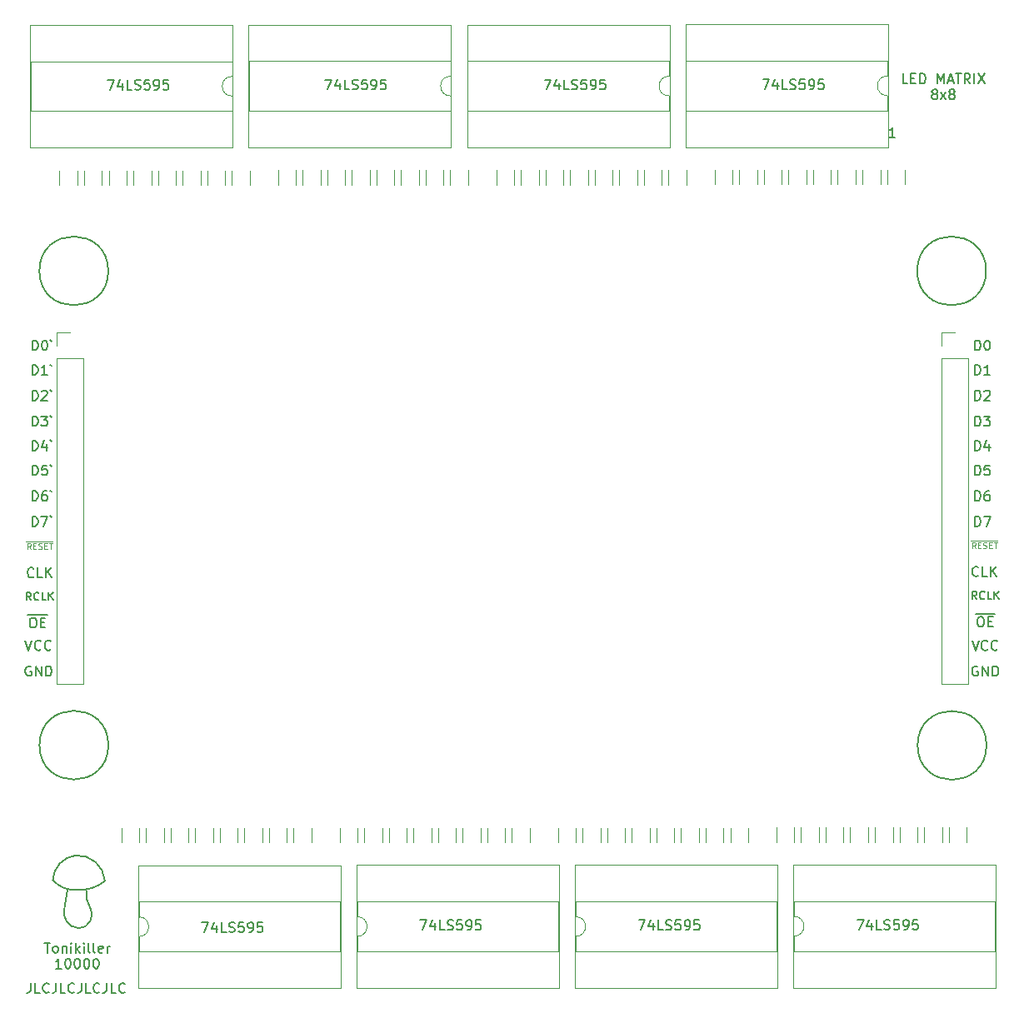
<source format=gto>
%TF.GenerationSoftware,KiCad,Pcbnew,(6.0.5)*%
%TF.CreationDate,2022-10-16T21:39:42+03:00*%
%TF.ProjectId,LED_MATRIX,4c45445f-4d41-4545-9249-582e6b696361,rev?*%
%TF.SameCoordinates,Original*%
%TF.FileFunction,Legend,Top*%
%TF.FilePolarity,Positive*%
%FSLAX46Y46*%
G04 Gerber Fmt 4.6, Leading zero omitted, Abs format (unit mm)*
G04 Created by KiCad (PCBNEW (6.0.5)) date 2022-10-16 21:39:42*
%MOMM*%
%LPD*%
G01*
G04 APERTURE LIST*
%ADD10C,0.150000*%
%ADD11C,0.200000*%
%ADD12C,0.120000*%
%ADD13C,0.160000*%
G04 APERTURE END LIST*
D10*
X57461904Y-135852380D02*
X57461904Y-136566666D01*
X57414285Y-136709523D01*
X57319047Y-136804761D01*
X57176190Y-136852380D01*
X57080952Y-136852380D01*
X58414285Y-136852380D02*
X57938095Y-136852380D01*
X57938095Y-135852380D01*
X59319047Y-136757142D02*
X59271428Y-136804761D01*
X59128571Y-136852380D01*
X59033333Y-136852380D01*
X58890476Y-136804761D01*
X58795238Y-136709523D01*
X58747619Y-136614285D01*
X58700000Y-136423809D01*
X58700000Y-136280952D01*
X58747619Y-136090476D01*
X58795238Y-135995238D01*
X58890476Y-135900000D01*
X59033333Y-135852380D01*
X59128571Y-135852380D01*
X59271428Y-135900000D01*
X59319047Y-135947619D01*
X60033333Y-135852380D02*
X60033333Y-136566666D01*
X59985714Y-136709523D01*
X59890476Y-136804761D01*
X59747619Y-136852380D01*
X59652380Y-136852380D01*
X60985714Y-136852380D02*
X60509523Y-136852380D01*
X60509523Y-135852380D01*
X61890476Y-136757142D02*
X61842857Y-136804761D01*
X61700000Y-136852380D01*
X61604761Y-136852380D01*
X61461904Y-136804761D01*
X61366666Y-136709523D01*
X61319047Y-136614285D01*
X61271428Y-136423809D01*
X61271428Y-136280952D01*
X61319047Y-136090476D01*
X61366666Y-135995238D01*
X61461904Y-135900000D01*
X61604761Y-135852380D01*
X61700000Y-135852380D01*
X61842857Y-135900000D01*
X61890476Y-135947619D01*
X62604761Y-135852380D02*
X62604761Y-136566666D01*
X62557142Y-136709523D01*
X62461904Y-136804761D01*
X62319047Y-136852380D01*
X62223809Y-136852380D01*
X63557142Y-136852380D02*
X63080952Y-136852380D01*
X63080952Y-135852380D01*
X64461904Y-136757142D02*
X64414285Y-136804761D01*
X64271428Y-136852380D01*
X64176190Y-136852380D01*
X64033333Y-136804761D01*
X63938095Y-136709523D01*
X63890476Y-136614285D01*
X63842857Y-136423809D01*
X63842857Y-136280952D01*
X63890476Y-136090476D01*
X63938095Y-135995238D01*
X64033333Y-135900000D01*
X64176190Y-135852380D01*
X64271428Y-135852380D01*
X64414285Y-135900000D01*
X64461904Y-135947619D01*
X65176190Y-135852380D02*
X65176190Y-136566666D01*
X65128571Y-136709523D01*
X65033333Y-136804761D01*
X64890476Y-136852380D01*
X64795238Y-136852380D01*
X66128571Y-136852380D02*
X65652380Y-136852380D01*
X65652380Y-135852380D01*
X67033333Y-136757142D02*
X66985714Y-136804761D01*
X66842857Y-136852380D01*
X66747619Y-136852380D01*
X66604761Y-136804761D01*
X66509523Y-136709523D01*
X66461904Y-136614285D01*
X66414285Y-136423809D01*
X66414285Y-136280952D01*
X66461904Y-136090476D01*
X66509523Y-135995238D01*
X66604761Y-135900000D01*
X66747619Y-135852380D01*
X66842857Y-135852380D01*
X66985714Y-135900000D01*
X67033333Y-135947619D01*
D11*
X63109966Y-126369996D02*
G75*
G03*
X63541671Y-128262408I2956034J-321104D01*
G01*
X59709970Y-125370026D02*
G75*
G03*
X62310000Y-126370000I2242330J1950126D01*
G01*
X62010000Y-122870000D02*
G75*
G03*
X59710000Y-125370000I345000J-2625400D01*
G01*
X62310000Y-126370000D02*
G75*
G03*
X65010000Y-125470000I133500J4099500D01*
G01*
X65350000Y-63460000D02*
G75*
G03*
X65350000Y-63460000I-3500000J0D01*
G01*
X65360000Y-111660000D02*
G75*
G03*
X65360000Y-111660000I-3500000J0D01*
G01*
X154550000Y-63460000D02*
G75*
G03*
X154550000Y-63460000I-3500000J0D01*
G01*
X154590000Y-111680000D02*
G75*
G03*
X154590000Y-111680000I-3500000J0D01*
G01*
X60910000Y-128170000D02*
G75*
G03*
X62310000Y-130270000I1539700J-490200D01*
G01*
X62330882Y-130289055D02*
G75*
G03*
X63530883Y-128189076I-62482J1428555D01*
G01*
X60909996Y-128169999D02*
G75*
G03*
X61210000Y-126370000I-6974296J2087399D01*
G01*
X65009942Y-125470004D02*
G75*
G03*
X62010000Y-122870000I-2773042J-168896D01*
G01*
D12*
X153002857Y-90872000D02*
X153602857Y-90872000D01*
X153488571Y-91641428D02*
X153288571Y-91355714D01*
X153145714Y-91641428D02*
X153145714Y-91041428D01*
X153374285Y-91041428D01*
X153431428Y-91070000D01*
X153460000Y-91098571D01*
X153488571Y-91155714D01*
X153488571Y-91241428D01*
X153460000Y-91298571D01*
X153431428Y-91327142D01*
X153374285Y-91355714D01*
X153145714Y-91355714D01*
X153602857Y-90872000D02*
X154145714Y-90872000D01*
X153745714Y-91327142D02*
X153945714Y-91327142D01*
X154031428Y-91641428D02*
X153745714Y-91641428D01*
X153745714Y-91041428D01*
X154031428Y-91041428D01*
X154145714Y-90872000D02*
X154717142Y-90872000D01*
X154260000Y-91612857D02*
X154345714Y-91641428D01*
X154488571Y-91641428D01*
X154545714Y-91612857D01*
X154574285Y-91584285D01*
X154602857Y-91527142D01*
X154602857Y-91470000D01*
X154574285Y-91412857D01*
X154545714Y-91384285D01*
X154488571Y-91355714D01*
X154374285Y-91327142D01*
X154317142Y-91298571D01*
X154288571Y-91270000D01*
X154260000Y-91212857D01*
X154260000Y-91155714D01*
X154288571Y-91098571D01*
X154317142Y-91070000D01*
X154374285Y-91041428D01*
X154517142Y-91041428D01*
X154602857Y-91070000D01*
X154717142Y-90872000D02*
X155260000Y-90872000D01*
X154860000Y-91327142D02*
X155060000Y-91327142D01*
X155145714Y-91641428D02*
X154860000Y-91641428D01*
X154860000Y-91041428D01*
X155145714Y-91041428D01*
X155260000Y-90872000D02*
X155717142Y-90872000D01*
X155317142Y-91041428D02*
X155660000Y-91041428D01*
X155488571Y-91641428D02*
X155488571Y-91041428D01*
D11*
X153698095Y-103670000D02*
X153602857Y-103622380D01*
X153460000Y-103622380D01*
X153317142Y-103670000D01*
X153221904Y-103765238D01*
X153174285Y-103860476D01*
X153126666Y-104050952D01*
X153126666Y-104193809D01*
X153174285Y-104384285D01*
X153221904Y-104479523D01*
X153317142Y-104574761D01*
X153460000Y-104622380D01*
X153555238Y-104622380D01*
X153698095Y-104574761D01*
X153745714Y-104527142D01*
X153745714Y-104193809D01*
X153555238Y-104193809D01*
X154174285Y-104622380D02*
X154174285Y-103622380D01*
X154745714Y-104622380D01*
X154745714Y-103622380D01*
X155221904Y-104622380D02*
X155221904Y-103622380D01*
X155460000Y-103622380D01*
X155602857Y-103670000D01*
X155698095Y-103765238D01*
X155745714Y-103860476D01*
X155793333Y-104050952D01*
X155793333Y-104193809D01*
X155745714Y-104384285D01*
X155698095Y-104479523D01*
X155602857Y-104574761D01*
X155460000Y-104622380D01*
X155221904Y-104622380D01*
X57183809Y-98440000D02*
X58231428Y-98440000D01*
X57612380Y-98722380D02*
X57802857Y-98722380D01*
X57898095Y-98770000D01*
X57993333Y-98865238D01*
X58040952Y-99055714D01*
X58040952Y-99389047D01*
X57993333Y-99579523D01*
X57898095Y-99674761D01*
X57802857Y-99722380D01*
X57612380Y-99722380D01*
X57517142Y-99674761D01*
X57421904Y-99579523D01*
X57374285Y-99389047D01*
X57374285Y-99055714D01*
X57421904Y-98865238D01*
X57517142Y-98770000D01*
X57612380Y-98722380D01*
X58231428Y-98440000D02*
X59136190Y-98440000D01*
X58469523Y-99198571D02*
X58802857Y-99198571D01*
X58945714Y-99722380D02*
X58469523Y-99722380D01*
X58469523Y-98722380D01*
X58945714Y-98722380D01*
X153421904Y-74022380D02*
X153421904Y-73022380D01*
X153660000Y-73022380D01*
X153802857Y-73070000D01*
X153898095Y-73165238D01*
X153945714Y-73260476D01*
X153993333Y-73450952D01*
X153993333Y-73593809D01*
X153945714Y-73784285D01*
X153898095Y-73879523D01*
X153802857Y-73974761D01*
X153660000Y-74022380D01*
X153421904Y-74022380D01*
X154945714Y-74022380D02*
X154374285Y-74022380D01*
X154660000Y-74022380D02*
X154660000Y-73022380D01*
X154564761Y-73165238D01*
X154469523Y-73260476D01*
X154374285Y-73308095D01*
X153764761Y-94427142D02*
X153717142Y-94474761D01*
X153574285Y-94522380D01*
X153479047Y-94522380D01*
X153336190Y-94474761D01*
X153240952Y-94379523D01*
X153193333Y-94284285D01*
X153145714Y-94093809D01*
X153145714Y-93950952D01*
X153193333Y-93760476D01*
X153240952Y-93665238D01*
X153336190Y-93570000D01*
X153479047Y-93522380D01*
X153574285Y-93522380D01*
X153717142Y-93570000D01*
X153764761Y-93617619D01*
X154669523Y-94522380D02*
X154193333Y-94522380D01*
X154193333Y-93522380D01*
X155002857Y-94522380D02*
X155002857Y-93522380D01*
X155574285Y-94522380D02*
X155145714Y-93950952D01*
X155574285Y-93522380D02*
X155002857Y-94093809D01*
X153421904Y-79222380D02*
X153421904Y-78222380D01*
X153660000Y-78222380D01*
X153802857Y-78270000D01*
X153898095Y-78365238D01*
X153945714Y-78460476D01*
X153993333Y-78650952D01*
X153993333Y-78793809D01*
X153945714Y-78984285D01*
X153898095Y-79079523D01*
X153802857Y-79174761D01*
X153660000Y-79222380D01*
X153421904Y-79222380D01*
X154326666Y-78222380D02*
X154945714Y-78222380D01*
X154612380Y-78603333D01*
X154755238Y-78603333D01*
X154850476Y-78650952D01*
X154898095Y-78698571D01*
X154945714Y-78793809D01*
X154945714Y-79031904D01*
X154898095Y-79127142D01*
X154850476Y-79174761D01*
X154755238Y-79222380D01*
X154469523Y-79222380D01*
X154374285Y-79174761D01*
X154326666Y-79127142D01*
X57631428Y-74022380D02*
X57631428Y-73022380D01*
X57869523Y-73022380D01*
X58012380Y-73070000D01*
X58107619Y-73165238D01*
X58155238Y-73260476D01*
X58202857Y-73450952D01*
X58202857Y-73593809D01*
X58155238Y-73784285D01*
X58107619Y-73879523D01*
X58012380Y-73974761D01*
X57869523Y-74022380D01*
X57631428Y-74022380D01*
X59155238Y-74022380D02*
X58583809Y-74022380D01*
X58869523Y-74022380D02*
X58869523Y-73022380D01*
X58774285Y-73165238D01*
X58679047Y-73260476D01*
X58583809Y-73308095D01*
X59440952Y-72974761D02*
X59583809Y-73117619D01*
D13*
X57483809Y-96931904D02*
X57217142Y-96550952D01*
X57026666Y-96931904D02*
X57026666Y-96131904D01*
X57331428Y-96131904D01*
X57407619Y-96170000D01*
X57445714Y-96208095D01*
X57483809Y-96284285D01*
X57483809Y-96398571D01*
X57445714Y-96474761D01*
X57407619Y-96512857D01*
X57331428Y-96550952D01*
X57026666Y-96550952D01*
X58283809Y-96855714D02*
X58245714Y-96893809D01*
X58131428Y-96931904D01*
X58055238Y-96931904D01*
X57940952Y-96893809D01*
X57864761Y-96817619D01*
X57826666Y-96741428D01*
X57788571Y-96589047D01*
X57788571Y-96474761D01*
X57826666Y-96322380D01*
X57864761Y-96246190D01*
X57940952Y-96170000D01*
X58055238Y-96131904D01*
X58131428Y-96131904D01*
X58245714Y-96170000D01*
X58283809Y-96208095D01*
X59007619Y-96931904D02*
X58626666Y-96931904D01*
X58626666Y-96131904D01*
X59274285Y-96931904D02*
X59274285Y-96131904D01*
X59731428Y-96931904D02*
X59388571Y-96474761D01*
X59731428Y-96131904D02*
X59274285Y-96589047D01*
D10*
X146590952Y-44417380D02*
X146114761Y-44417380D01*
X146114761Y-43417380D01*
X146924285Y-43893571D02*
X147257619Y-43893571D01*
X147400476Y-44417380D02*
X146924285Y-44417380D01*
X146924285Y-43417380D01*
X147400476Y-43417380D01*
X147829047Y-44417380D02*
X147829047Y-43417380D01*
X148067142Y-43417380D01*
X148210000Y-43465000D01*
X148305238Y-43560238D01*
X148352857Y-43655476D01*
X148400476Y-43845952D01*
X148400476Y-43988809D01*
X148352857Y-44179285D01*
X148305238Y-44274523D01*
X148210000Y-44369761D01*
X148067142Y-44417380D01*
X147829047Y-44417380D01*
X149590952Y-44417380D02*
X149590952Y-43417380D01*
X149924285Y-44131666D01*
X150257619Y-43417380D01*
X150257619Y-44417380D01*
X150686190Y-44131666D02*
X151162380Y-44131666D01*
X150590952Y-44417380D02*
X150924285Y-43417380D01*
X151257619Y-44417380D01*
X151448095Y-43417380D02*
X152019523Y-43417380D01*
X151733809Y-44417380D02*
X151733809Y-43417380D01*
X152924285Y-44417380D02*
X152590952Y-43941190D01*
X152352857Y-44417380D02*
X152352857Y-43417380D01*
X152733809Y-43417380D01*
X152829047Y-43465000D01*
X152876666Y-43512619D01*
X152924285Y-43607857D01*
X152924285Y-43750714D01*
X152876666Y-43845952D01*
X152829047Y-43893571D01*
X152733809Y-43941190D01*
X152352857Y-43941190D01*
X153352857Y-44417380D02*
X153352857Y-43417380D01*
X153733809Y-43417380D02*
X154400476Y-44417380D01*
X154400476Y-43417380D02*
X153733809Y-44417380D01*
X149233809Y-45455952D02*
X149138571Y-45408333D01*
X149090952Y-45360714D01*
X149043333Y-45265476D01*
X149043333Y-45217857D01*
X149090952Y-45122619D01*
X149138571Y-45075000D01*
X149233809Y-45027380D01*
X149424285Y-45027380D01*
X149519523Y-45075000D01*
X149567142Y-45122619D01*
X149614761Y-45217857D01*
X149614761Y-45265476D01*
X149567142Y-45360714D01*
X149519523Y-45408333D01*
X149424285Y-45455952D01*
X149233809Y-45455952D01*
X149138571Y-45503571D01*
X149090952Y-45551190D01*
X149043333Y-45646428D01*
X149043333Y-45836904D01*
X149090952Y-45932142D01*
X149138571Y-45979761D01*
X149233809Y-46027380D01*
X149424285Y-46027380D01*
X149519523Y-45979761D01*
X149567142Y-45932142D01*
X149614761Y-45836904D01*
X149614761Y-45646428D01*
X149567142Y-45551190D01*
X149519523Y-45503571D01*
X149424285Y-45455952D01*
X149948095Y-46027380D02*
X150471904Y-45360714D01*
X149948095Y-45360714D02*
X150471904Y-46027380D01*
X150995714Y-45455952D02*
X150900476Y-45408333D01*
X150852857Y-45360714D01*
X150805238Y-45265476D01*
X150805238Y-45217857D01*
X150852857Y-45122619D01*
X150900476Y-45075000D01*
X150995714Y-45027380D01*
X151186190Y-45027380D01*
X151281428Y-45075000D01*
X151329047Y-45122619D01*
X151376666Y-45217857D01*
X151376666Y-45265476D01*
X151329047Y-45360714D01*
X151281428Y-45408333D01*
X151186190Y-45455952D01*
X150995714Y-45455952D01*
X150900476Y-45503571D01*
X150852857Y-45551190D01*
X150805238Y-45646428D01*
X150805238Y-45836904D01*
X150852857Y-45932142D01*
X150900476Y-45979761D01*
X150995714Y-46027380D01*
X151186190Y-46027380D01*
X151281428Y-45979761D01*
X151329047Y-45932142D01*
X151376666Y-45836904D01*
X151376666Y-45646428D01*
X151329047Y-45551190D01*
X151281428Y-45503571D01*
X151186190Y-45455952D01*
X58866666Y-131747380D02*
X59438095Y-131747380D01*
X59152380Y-132747380D02*
X59152380Y-131747380D01*
X59914285Y-132747380D02*
X59819047Y-132699761D01*
X59771428Y-132652142D01*
X59723809Y-132556904D01*
X59723809Y-132271190D01*
X59771428Y-132175952D01*
X59819047Y-132128333D01*
X59914285Y-132080714D01*
X60057142Y-132080714D01*
X60152380Y-132128333D01*
X60200000Y-132175952D01*
X60247619Y-132271190D01*
X60247619Y-132556904D01*
X60200000Y-132652142D01*
X60152380Y-132699761D01*
X60057142Y-132747380D01*
X59914285Y-132747380D01*
X60676190Y-132080714D02*
X60676190Y-132747380D01*
X60676190Y-132175952D02*
X60723809Y-132128333D01*
X60819047Y-132080714D01*
X60961904Y-132080714D01*
X61057142Y-132128333D01*
X61104761Y-132223571D01*
X61104761Y-132747380D01*
X61580952Y-132747380D02*
X61580952Y-132080714D01*
X61580952Y-131747380D02*
X61533333Y-131795000D01*
X61580952Y-131842619D01*
X61628571Y-131795000D01*
X61580952Y-131747380D01*
X61580952Y-131842619D01*
X62057142Y-132747380D02*
X62057142Y-131747380D01*
X62152380Y-132366428D02*
X62438095Y-132747380D01*
X62438095Y-132080714D02*
X62057142Y-132461666D01*
X62866666Y-132747380D02*
X62866666Y-132080714D01*
X62866666Y-131747380D02*
X62819047Y-131795000D01*
X62866666Y-131842619D01*
X62914285Y-131795000D01*
X62866666Y-131747380D01*
X62866666Y-131842619D01*
X63485714Y-132747380D02*
X63390476Y-132699761D01*
X63342857Y-132604523D01*
X63342857Y-131747380D01*
X64009523Y-132747380D02*
X63914285Y-132699761D01*
X63866666Y-132604523D01*
X63866666Y-131747380D01*
X64771428Y-132699761D02*
X64676190Y-132747380D01*
X64485714Y-132747380D01*
X64390476Y-132699761D01*
X64342857Y-132604523D01*
X64342857Y-132223571D01*
X64390476Y-132128333D01*
X64485714Y-132080714D01*
X64676190Y-132080714D01*
X64771428Y-132128333D01*
X64819047Y-132223571D01*
X64819047Y-132318809D01*
X64342857Y-132414047D01*
X65247619Y-132747380D02*
X65247619Y-132080714D01*
X65247619Y-132271190D02*
X65295238Y-132175952D01*
X65342857Y-132128333D01*
X65438095Y-132080714D01*
X65533333Y-132080714D01*
X60580952Y-134357380D02*
X60009523Y-134357380D01*
X60295238Y-134357380D02*
X60295238Y-133357380D01*
X60200000Y-133500238D01*
X60104761Y-133595476D01*
X60009523Y-133643095D01*
X61200000Y-133357380D02*
X61295238Y-133357380D01*
X61390476Y-133405000D01*
X61438095Y-133452619D01*
X61485714Y-133547857D01*
X61533333Y-133738333D01*
X61533333Y-133976428D01*
X61485714Y-134166904D01*
X61438095Y-134262142D01*
X61390476Y-134309761D01*
X61295238Y-134357380D01*
X61200000Y-134357380D01*
X61104761Y-134309761D01*
X61057142Y-134262142D01*
X61009523Y-134166904D01*
X60961904Y-133976428D01*
X60961904Y-133738333D01*
X61009523Y-133547857D01*
X61057142Y-133452619D01*
X61104761Y-133405000D01*
X61200000Y-133357380D01*
X62152380Y-133357380D02*
X62247619Y-133357380D01*
X62342857Y-133405000D01*
X62390476Y-133452619D01*
X62438095Y-133547857D01*
X62485714Y-133738333D01*
X62485714Y-133976428D01*
X62438095Y-134166904D01*
X62390476Y-134262142D01*
X62342857Y-134309761D01*
X62247619Y-134357380D01*
X62152380Y-134357380D01*
X62057142Y-134309761D01*
X62009523Y-134262142D01*
X61961904Y-134166904D01*
X61914285Y-133976428D01*
X61914285Y-133738333D01*
X61961904Y-133547857D01*
X62009523Y-133452619D01*
X62057142Y-133405000D01*
X62152380Y-133357380D01*
X63104761Y-133357380D02*
X63200000Y-133357380D01*
X63295238Y-133405000D01*
X63342857Y-133452619D01*
X63390476Y-133547857D01*
X63438095Y-133738333D01*
X63438095Y-133976428D01*
X63390476Y-134166904D01*
X63342857Y-134262142D01*
X63295238Y-134309761D01*
X63200000Y-134357380D01*
X63104761Y-134357380D01*
X63009523Y-134309761D01*
X62961904Y-134262142D01*
X62914285Y-134166904D01*
X62866666Y-133976428D01*
X62866666Y-133738333D01*
X62914285Y-133547857D01*
X62961904Y-133452619D01*
X63009523Y-133405000D01*
X63104761Y-133357380D01*
X64057142Y-133357380D02*
X64152380Y-133357380D01*
X64247619Y-133405000D01*
X64295238Y-133452619D01*
X64342857Y-133547857D01*
X64390476Y-133738333D01*
X64390476Y-133976428D01*
X64342857Y-134166904D01*
X64295238Y-134262142D01*
X64247619Y-134309761D01*
X64152380Y-134357380D01*
X64057142Y-134357380D01*
X63961904Y-134309761D01*
X63914285Y-134262142D01*
X63866666Y-134166904D01*
X63819047Y-133976428D01*
X63819047Y-133738333D01*
X63866666Y-133547857D01*
X63914285Y-133452619D01*
X63961904Y-133405000D01*
X64057142Y-133357380D01*
D11*
X57498095Y-103670000D02*
X57402857Y-103622380D01*
X57260000Y-103622380D01*
X57117142Y-103670000D01*
X57021904Y-103765238D01*
X56974285Y-103860476D01*
X56926666Y-104050952D01*
X56926666Y-104193809D01*
X56974285Y-104384285D01*
X57021904Y-104479523D01*
X57117142Y-104574761D01*
X57260000Y-104622380D01*
X57355238Y-104622380D01*
X57498095Y-104574761D01*
X57545714Y-104527142D01*
X57545714Y-104193809D01*
X57355238Y-104193809D01*
X57974285Y-104622380D02*
X57974285Y-103622380D01*
X58545714Y-104622380D01*
X58545714Y-103622380D01*
X59021904Y-104622380D02*
X59021904Y-103622380D01*
X59260000Y-103622380D01*
X59402857Y-103670000D01*
X59498095Y-103765238D01*
X59545714Y-103860476D01*
X59593333Y-104050952D01*
X59593333Y-104193809D01*
X59545714Y-104384285D01*
X59498095Y-104479523D01*
X59402857Y-104574761D01*
X59260000Y-104622380D01*
X59021904Y-104622380D01*
X153126666Y-101022380D02*
X153460000Y-102022380D01*
X153793333Y-101022380D01*
X154698095Y-101927142D02*
X154650476Y-101974761D01*
X154507619Y-102022380D01*
X154412380Y-102022380D01*
X154269523Y-101974761D01*
X154174285Y-101879523D01*
X154126666Y-101784285D01*
X154079047Y-101593809D01*
X154079047Y-101450952D01*
X154126666Y-101260476D01*
X154174285Y-101165238D01*
X154269523Y-101070000D01*
X154412380Y-101022380D01*
X154507619Y-101022380D01*
X154650476Y-101070000D01*
X154698095Y-101117619D01*
X155698095Y-101927142D02*
X155650476Y-101974761D01*
X155507619Y-102022380D01*
X155412380Y-102022380D01*
X155269523Y-101974761D01*
X155174285Y-101879523D01*
X155126666Y-101784285D01*
X155079047Y-101593809D01*
X155079047Y-101450952D01*
X155126666Y-101260476D01*
X155174285Y-101165238D01*
X155269523Y-101070000D01*
X155412380Y-101022380D01*
X155507619Y-101022380D01*
X155650476Y-101070000D01*
X155698095Y-101117619D01*
X57631428Y-71522380D02*
X57631428Y-70522380D01*
X57869523Y-70522380D01*
X58012380Y-70570000D01*
X58107619Y-70665238D01*
X58155238Y-70760476D01*
X58202857Y-70950952D01*
X58202857Y-71093809D01*
X58155238Y-71284285D01*
X58107619Y-71379523D01*
X58012380Y-71474761D01*
X57869523Y-71522380D01*
X57631428Y-71522380D01*
X58821904Y-70522380D02*
X58917142Y-70522380D01*
X59012380Y-70570000D01*
X59060000Y-70617619D01*
X59107619Y-70712857D01*
X59155238Y-70903333D01*
X59155238Y-71141428D01*
X59107619Y-71331904D01*
X59060000Y-71427142D01*
X59012380Y-71474761D01*
X58917142Y-71522380D01*
X58821904Y-71522380D01*
X58726666Y-71474761D01*
X58679047Y-71427142D01*
X58631428Y-71331904D01*
X58583809Y-71141428D01*
X58583809Y-70903333D01*
X58631428Y-70712857D01*
X58679047Y-70617619D01*
X58726666Y-70570000D01*
X58821904Y-70522380D01*
X59440952Y-70474761D02*
X59583809Y-70617619D01*
X57764761Y-94527142D02*
X57717142Y-94574761D01*
X57574285Y-94622380D01*
X57479047Y-94622380D01*
X57336190Y-94574761D01*
X57240952Y-94479523D01*
X57193333Y-94384285D01*
X57145714Y-94193809D01*
X57145714Y-94050952D01*
X57193333Y-93860476D01*
X57240952Y-93765238D01*
X57336190Y-93670000D01*
X57479047Y-93622380D01*
X57574285Y-93622380D01*
X57717142Y-93670000D01*
X57764761Y-93717619D01*
X58669523Y-94622380D02*
X58193333Y-94622380D01*
X58193333Y-93622380D01*
X59002857Y-94622380D02*
X59002857Y-93622380D01*
X59574285Y-94622380D02*
X59145714Y-94050952D01*
X59574285Y-93622380D02*
X59002857Y-94193809D01*
D10*
X145295714Y-49872380D02*
X144724285Y-49872380D01*
X145010000Y-49872380D02*
X145010000Y-48872380D01*
X144914761Y-49015238D01*
X144819523Y-49110476D01*
X144724285Y-49158095D01*
D11*
X57631428Y-86822380D02*
X57631428Y-85822380D01*
X57869523Y-85822380D01*
X58012380Y-85870000D01*
X58107619Y-85965238D01*
X58155238Y-86060476D01*
X58202857Y-86250952D01*
X58202857Y-86393809D01*
X58155238Y-86584285D01*
X58107619Y-86679523D01*
X58012380Y-86774761D01*
X57869523Y-86822380D01*
X57631428Y-86822380D01*
X59060000Y-85822380D02*
X58869523Y-85822380D01*
X58774285Y-85870000D01*
X58726666Y-85917619D01*
X58631428Y-86060476D01*
X58583809Y-86250952D01*
X58583809Y-86631904D01*
X58631428Y-86727142D01*
X58679047Y-86774761D01*
X58774285Y-86822380D01*
X58964761Y-86822380D01*
X59060000Y-86774761D01*
X59107619Y-86727142D01*
X59155238Y-86631904D01*
X59155238Y-86393809D01*
X59107619Y-86298571D01*
X59060000Y-86250952D01*
X58964761Y-86203333D01*
X58774285Y-86203333D01*
X58679047Y-86250952D01*
X58631428Y-86298571D01*
X58583809Y-86393809D01*
X59440952Y-85774761D02*
X59583809Y-85917619D01*
X153421904Y-89417380D02*
X153421904Y-88417380D01*
X153660000Y-88417380D01*
X153802857Y-88465000D01*
X153898095Y-88560238D01*
X153945714Y-88655476D01*
X153993333Y-88845952D01*
X153993333Y-88988809D01*
X153945714Y-89179285D01*
X153898095Y-89274523D01*
X153802857Y-89369761D01*
X153660000Y-89417380D01*
X153421904Y-89417380D01*
X154326666Y-88417380D02*
X154993333Y-88417380D01*
X154564761Y-89417380D01*
X153421904Y-81722380D02*
X153421904Y-80722380D01*
X153660000Y-80722380D01*
X153802857Y-80770000D01*
X153898095Y-80865238D01*
X153945714Y-80960476D01*
X153993333Y-81150952D01*
X153993333Y-81293809D01*
X153945714Y-81484285D01*
X153898095Y-81579523D01*
X153802857Y-81674761D01*
X153660000Y-81722380D01*
X153421904Y-81722380D01*
X154850476Y-81055714D02*
X154850476Y-81722380D01*
X154612380Y-80674761D02*
X154374285Y-81389047D01*
X154993333Y-81389047D01*
X57631428Y-81722380D02*
X57631428Y-80722380D01*
X57869523Y-80722380D01*
X58012380Y-80770000D01*
X58107619Y-80865238D01*
X58155238Y-80960476D01*
X58202857Y-81150952D01*
X58202857Y-81293809D01*
X58155238Y-81484285D01*
X58107619Y-81579523D01*
X58012380Y-81674761D01*
X57869523Y-81722380D01*
X57631428Y-81722380D01*
X59060000Y-81055714D02*
X59060000Y-81722380D01*
X58821904Y-80674761D02*
X58583809Y-81389047D01*
X59202857Y-81389047D01*
X59440952Y-80674761D02*
X59583809Y-80817619D01*
X56926666Y-101022380D02*
X57260000Y-102022380D01*
X57593333Y-101022380D01*
X58498095Y-101927142D02*
X58450476Y-101974761D01*
X58307619Y-102022380D01*
X58212380Y-102022380D01*
X58069523Y-101974761D01*
X57974285Y-101879523D01*
X57926666Y-101784285D01*
X57879047Y-101593809D01*
X57879047Y-101450952D01*
X57926666Y-101260476D01*
X57974285Y-101165238D01*
X58069523Y-101070000D01*
X58212380Y-101022380D01*
X58307619Y-101022380D01*
X58450476Y-101070000D01*
X58498095Y-101117619D01*
X59498095Y-101927142D02*
X59450476Y-101974761D01*
X59307619Y-102022380D01*
X59212380Y-102022380D01*
X59069523Y-101974761D01*
X58974285Y-101879523D01*
X58926666Y-101784285D01*
X58879047Y-101593809D01*
X58879047Y-101450952D01*
X58926666Y-101260476D01*
X58974285Y-101165238D01*
X59069523Y-101070000D01*
X59212380Y-101022380D01*
X59307619Y-101022380D01*
X59450476Y-101070000D01*
X59498095Y-101117619D01*
X153421904Y-84222380D02*
X153421904Y-83222380D01*
X153660000Y-83222380D01*
X153802857Y-83270000D01*
X153898095Y-83365238D01*
X153945714Y-83460476D01*
X153993333Y-83650952D01*
X153993333Y-83793809D01*
X153945714Y-83984285D01*
X153898095Y-84079523D01*
X153802857Y-84174761D01*
X153660000Y-84222380D01*
X153421904Y-84222380D01*
X154898095Y-83222380D02*
X154421904Y-83222380D01*
X154374285Y-83698571D01*
X154421904Y-83650952D01*
X154517142Y-83603333D01*
X154755238Y-83603333D01*
X154850476Y-83650952D01*
X154898095Y-83698571D01*
X154945714Y-83793809D01*
X154945714Y-84031904D01*
X154898095Y-84127142D01*
X154850476Y-84174761D01*
X154755238Y-84222380D01*
X154517142Y-84222380D01*
X154421904Y-84174761D01*
X154374285Y-84127142D01*
X57631428Y-84222380D02*
X57631428Y-83222380D01*
X57869523Y-83222380D01*
X58012380Y-83270000D01*
X58107619Y-83365238D01*
X58155238Y-83460476D01*
X58202857Y-83650952D01*
X58202857Y-83793809D01*
X58155238Y-83984285D01*
X58107619Y-84079523D01*
X58012380Y-84174761D01*
X57869523Y-84222380D01*
X57631428Y-84222380D01*
X59107619Y-83222380D02*
X58631428Y-83222380D01*
X58583809Y-83698571D01*
X58631428Y-83650952D01*
X58726666Y-83603333D01*
X58964761Y-83603333D01*
X59060000Y-83650952D01*
X59107619Y-83698571D01*
X59155238Y-83793809D01*
X59155238Y-84031904D01*
X59107619Y-84127142D01*
X59060000Y-84174761D01*
X58964761Y-84222380D01*
X58726666Y-84222380D01*
X58631428Y-84174761D01*
X58583809Y-84127142D01*
X59440952Y-83174761D02*
X59583809Y-83317619D01*
X57631428Y-76622380D02*
X57631428Y-75622380D01*
X57869523Y-75622380D01*
X58012380Y-75670000D01*
X58107619Y-75765238D01*
X58155238Y-75860476D01*
X58202857Y-76050952D01*
X58202857Y-76193809D01*
X58155238Y-76384285D01*
X58107619Y-76479523D01*
X58012380Y-76574761D01*
X57869523Y-76622380D01*
X57631428Y-76622380D01*
X58583809Y-75717619D02*
X58631428Y-75670000D01*
X58726666Y-75622380D01*
X58964761Y-75622380D01*
X59060000Y-75670000D01*
X59107619Y-75717619D01*
X59155238Y-75812857D01*
X59155238Y-75908095D01*
X59107619Y-76050952D01*
X58536190Y-76622380D01*
X59155238Y-76622380D01*
X59440952Y-75574761D02*
X59583809Y-75717619D01*
D12*
X57002857Y-90972000D02*
X57602857Y-90972000D01*
X57488571Y-91741428D02*
X57288571Y-91455714D01*
X57145714Y-91741428D02*
X57145714Y-91141428D01*
X57374285Y-91141428D01*
X57431428Y-91170000D01*
X57460000Y-91198571D01*
X57488571Y-91255714D01*
X57488571Y-91341428D01*
X57460000Y-91398571D01*
X57431428Y-91427142D01*
X57374285Y-91455714D01*
X57145714Y-91455714D01*
X57602857Y-90972000D02*
X58145714Y-90972000D01*
X57745714Y-91427142D02*
X57945714Y-91427142D01*
X58031428Y-91741428D02*
X57745714Y-91741428D01*
X57745714Y-91141428D01*
X58031428Y-91141428D01*
X58145714Y-90972000D02*
X58717142Y-90972000D01*
X58260000Y-91712857D02*
X58345714Y-91741428D01*
X58488571Y-91741428D01*
X58545714Y-91712857D01*
X58574285Y-91684285D01*
X58602857Y-91627142D01*
X58602857Y-91570000D01*
X58574285Y-91512857D01*
X58545714Y-91484285D01*
X58488571Y-91455714D01*
X58374285Y-91427142D01*
X58317142Y-91398571D01*
X58288571Y-91370000D01*
X58260000Y-91312857D01*
X58260000Y-91255714D01*
X58288571Y-91198571D01*
X58317142Y-91170000D01*
X58374285Y-91141428D01*
X58517142Y-91141428D01*
X58602857Y-91170000D01*
X58717142Y-90972000D02*
X59260000Y-90972000D01*
X58860000Y-91427142D02*
X59060000Y-91427142D01*
X59145714Y-91741428D02*
X58860000Y-91741428D01*
X58860000Y-91141428D01*
X59145714Y-91141428D01*
X59260000Y-90972000D02*
X59717142Y-90972000D01*
X59317142Y-91141428D02*
X59660000Y-91141428D01*
X59488571Y-91741428D02*
X59488571Y-91141428D01*
D11*
X153421904Y-86822380D02*
X153421904Y-85822380D01*
X153660000Y-85822380D01*
X153802857Y-85870000D01*
X153898095Y-85965238D01*
X153945714Y-86060476D01*
X153993333Y-86250952D01*
X153993333Y-86393809D01*
X153945714Y-86584285D01*
X153898095Y-86679523D01*
X153802857Y-86774761D01*
X153660000Y-86822380D01*
X153421904Y-86822380D01*
X154850476Y-85822380D02*
X154660000Y-85822380D01*
X154564761Y-85870000D01*
X154517142Y-85917619D01*
X154421904Y-86060476D01*
X154374285Y-86250952D01*
X154374285Y-86631904D01*
X154421904Y-86727142D01*
X154469523Y-86774761D01*
X154564761Y-86822380D01*
X154755238Y-86822380D01*
X154850476Y-86774761D01*
X154898095Y-86727142D01*
X154945714Y-86631904D01*
X154945714Y-86393809D01*
X154898095Y-86298571D01*
X154850476Y-86250952D01*
X154755238Y-86203333D01*
X154564761Y-86203333D01*
X154469523Y-86250952D01*
X154421904Y-86298571D01*
X154374285Y-86393809D01*
X153483809Y-98340000D02*
X154531428Y-98340000D01*
X153912380Y-98622380D02*
X154102857Y-98622380D01*
X154198095Y-98670000D01*
X154293333Y-98765238D01*
X154340952Y-98955714D01*
X154340952Y-99289047D01*
X154293333Y-99479523D01*
X154198095Y-99574761D01*
X154102857Y-99622380D01*
X153912380Y-99622380D01*
X153817142Y-99574761D01*
X153721904Y-99479523D01*
X153674285Y-99289047D01*
X153674285Y-98955714D01*
X153721904Y-98765238D01*
X153817142Y-98670000D01*
X153912380Y-98622380D01*
X154531428Y-98340000D02*
X155436190Y-98340000D01*
X154769523Y-99098571D02*
X155102857Y-99098571D01*
X155245714Y-99622380D02*
X154769523Y-99622380D01*
X154769523Y-98622380D01*
X155245714Y-98622380D01*
X153421904Y-76622380D02*
X153421904Y-75622380D01*
X153660000Y-75622380D01*
X153802857Y-75670000D01*
X153898095Y-75765238D01*
X153945714Y-75860476D01*
X153993333Y-76050952D01*
X153993333Y-76193809D01*
X153945714Y-76384285D01*
X153898095Y-76479523D01*
X153802857Y-76574761D01*
X153660000Y-76622380D01*
X153421904Y-76622380D01*
X154374285Y-75717619D02*
X154421904Y-75670000D01*
X154517142Y-75622380D01*
X154755238Y-75622380D01*
X154850476Y-75670000D01*
X154898095Y-75717619D01*
X154945714Y-75812857D01*
X154945714Y-75908095D01*
X154898095Y-76050952D01*
X154326666Y-76622380D01*
X154945714Y-76622380D01*
X57631428Y-89417380D02*
X57631428Y-88417380D01*
X57869523Y-88417380D01*
X58012380Y-88465000D01*
X58107619Y-88560238D01*
X58155238Y-88655476D01*
X58202857Y-88845952D01*
X58202857Y-88988809D01*
X58155238Y-89179285D01*
X58107619Y-89274523D01*
X58012380Y-89369761D01*
X57869523Y-89417380D01*
X57631428Y-89417380D01*
X58536190Y-88417380D02*
X59202857Y-88417380D01*
X58774285Y-89417380D01*
X59440952Y-88369761D02*
X59583809Y-88512619D01*
X153421904Y-71522380D02*
X153421904Y-70522380D01*
X153660000Y-70522380D01*
X153802857Y-70570000D01*
X153898095Y-70665238D01*
X153945714Y-70760476D01*
X153993333Y-70950952D01*
X153993333Y-71093809D01*
X153945714Y-71284285D01*
X153898095Y-71379523D01*
X153802857Y-71474761D01*
X153660000Y-71522380D01*
X153421904Y-71522380D01*
X154612380Y-70522380D02*
X154707619Y-70522380D01*
X154802857Y-70570000D01*
X154850476Y-70617619D01*
X154898095Y-70712857D01*
X154945714Y-70903333D01*
X154945714Y-71141428D01*
X154898095Y-71331904D01*
X154850476Y-71427142D01*
X154802857Y-71474761D01*
X154707619Y-71522380D01*
X154612380Y-71522380D01*
X154517142Y-71474761D01*
X154469523Y-71427142D01*
X154421904Y-71331904D01*
X154374285Y-71141428D01*
X154374285Y-70903333D01*
X154421904Y-70712857D01*
X154469523Y-70617619D01*
X154517142Y-70570000D01*
X154612380Y-70522380D01*
D13*
X153583809Y-96831904D02*
X153317142Y-96450952D01*
X153126666Y-96831904D02*
X153126666Y-96031904D01*
X153431428Y-96031904D01*
X153507619Y-96070000D01*
X153545714Y-96108095D01*
X153583809Y-96184285D01*
X153583809Y-96298571D01*
X153545714Y-96374761D01*
X153507619Y-96412857D01*
X153431428Y-96450952D01*
X153126666Y-96450952D01*
X154383809Y-96755714D02*
X154345714Y-96793809D01*
X154231428Y-96831904D01*
X154155238Y-96831904D01*
X154040952Y-96793809D01*
X153964761Y-96717619D01*
X153926666Y-96641428D01*
X153888571Y-96489047D01*
X153888571Y-96374761D01*
X153926666Y-96222380D01*
X153964761Y-96146190D01*
X154040952Y-96070000D01*
X154155238Y-96031904D01*
X154231428Y-96031904D01*
X154345714Y-96070000D01*
X154383809Y-96108095D01*
X155107619Y-96831904D02*
X154726666Y-96831904D01*
X154726666Y-96031904D01*
X155374285Y-96831904D02*
X155374285Y-96031904D01*
X155831428Y-96831904D02*
X155488571Y-96374761D01*
X155831428Y-96031904D02*
X155374285Y-96489047D01*
D11*
X57631428Y-79222380D02*
X57631428Y-78222380D01*
X57869523Y-78222380D01*
X58012380Y-78270000D01*
X58107619Y-78365238D01*
X58155238Y-78460476D01*
X58202857Y-78650952D01*
X58202857Y-78793809D01*
X58155238Y-78984285D01*
X58107619Y-79079523D01*
X58012380Y-79174761D01*
X57869523Y-79222380D01*
X57631428Y-79222380D01*
X58536190Y-78222380D02*
X59155238Y-78222380D01*
X58821904Y-78603333D01*
X58964761Y-78603333D01*
X59060000Y-78650952D01*
X59107619Y-78698571D01*
X59155238Y-78793809D01*
X59155238Y-79031904D01*
X59107619Y-79127142D01*
X59060000Y-79174761D01*
X58964761Y-79222380D01*
X58679047Y-79222380D01*
X58583809Y-79174761D01*
X58536190Y-79127142D01*
X59440952Y-78174761D02*
X59583809Y-78317619D01*
D10*
%TO.C,74LS595*%
X109680952Y-44022380D02*
X110347619Y-44022380D01*
X109919047Y-45022380D01*
X111157142Y-44355714D02*
X111157142Y-45022380D01*
X110919047Y-43974761D02*
X110680952Y-44689047D01*
X111300000Y-44689047D01*
X112157142Y-45022380D02*
X111680952Y-45022380D01*
X111680952Y-44022380D01*
X112442857Y-44974761D02*
X112585714Y-45022380D01*
X112823809Y-45022380D01*
X112919047Y-44974761D01*
X112966666Y-44927142D01*
X113014285Y-44831904D01*
X113014285Y-44736666D01*
X112966666Y-44641428D01*
X112919047Y-44593809D01*
X112823809Y-44546190D01*
X112633333Y-44498571D01*
X112538095Y-44450952D01*
X112490476Y-44403333D01*
X112442857Y-44308095D01*
X112442857Y-44212857D01*
X112490476Y-44117619D01*
X112538095Y-44070000D01*
X112633333Y-44022380D01*
X112871428Y-44022380D01*
X113014285Y-44070000D01*
X113919047Y-44022380D02*
X113442857Y-44022380D01*
X113395238Y-44498571D01*
X113442857Y-44450952D01*
X113538095Y-44403333D01*
X113776190Y-44403333D01*
X113871428Y-44450952D01*
X113919047Y-44498571D01*
X113966666Y-44593809D01*
X113966666Y-44831904D01*
X113919047Y-44927142D01*
X113871428Y-44974761D01*
X113776190Y-45022380D01*
X113538095Y-45022380D01*
X113442857Y-44974761D01*
X113395238Y-44927142D01*
X114442857Y-45022380D02*
X114633333Y-45022380D01*
X114728571Y-44974761D01*
X114776190Y-44927142D01*
X114871428Y-44784285D01*
X114919047Y-44593809D01*
X114919047Y-44212857D01*
X114871428Y-44117619D01*
X114823809Y-44070000D01*
X114728571Y-44022380D01*
X114538095Y-44022380D01*
X114442857Y-44070000D01*
X114395238Y-44117619D01*
X114347619Y-44212857D01*
X114347619Y-44450952D01*
X114395238Y-44546190D01*
X114442857Y-44593809D01*
X114538095Y-44641428D01*
X114728571Y-44641428D01*
X114823809Y-44593809D01*
X114871428Y-44546190D01*
X114919047Y-44450952D01*
X115823809Y-44022380D02*
X115347619Y-44022380D01*
X115300000Y-44498571D01*
X115347619Y-44450952D01*
X115442857Y-44403333D01*
X115680952Y-44403333D01*
X115776190Y-44450952D01*
X115823809Y-44498571D01*
X115871428Y-44593809D01*
X115871428Y-44831904D01*
X115823809Y-44927142D01*
X115776190Y-44974761D01*
X115680952Y-45022380D01*
X115442857Y-45022380D01*
X115347619Y-44974761D01*
X115300000Y-44927142D01*
X119250952Y-129442380D02*
X119917619Y-129442380D01*
X119489047Y-130442380D01*
X120727142Y-129775714D02*
X120727142Y-130442380D01*
X120489047Y-129394761D02*
X120250952Y-130109047D01*
X120870000Y-130109047D01*
X121727142Y-130442380D02*
X121250952Y-130442380D01*
X121250952Y-129442380D01*
X122012857Y-130394761D02*
X122155714Y-130442380D01*
X122393809Y-130442380D01*
X122489047Y-130394761D01*
X122536666Y-130347142D01*
X122584285Y-130251904D01*
X122584285Y-130156666D01*
X122536666Y-130061428D01*
X122489047Y-130013809D01*
X122393809Y-129966190D01*
X122203333Y-129918571D01*
X122108095Y-129870952D01*
X122060476Y-129823333D01*
X122012857Y-129728095D01*
X122012857Y-129632857D01*
X122060476Y-129537619D01*
X122108095Y-129490000D01*
X122203333Y-129442380D01*
X122441428Y-129442380D01*
X122584285Y-129490000D01*
X123489047Y-129442380D02*
X123012857Y-129442380D01*
X122965238Y-129918571D01*
X123012857Y-129870952D01*
X123108095Y-129823333D01*
X123346190Y-129823333D01*
X123441428Y-129870952D01*
X123489047Y-129918571D01*
X123536666Y-130013809D01*
X123536666Y-130251904D01*
X123489047Y-130347142D01*
X123441428Y-130394761D01*
X123346190Y-130442380D01*
X123108095Y-130442380D01*
X123012857Y-130394761D01*
X122965238Y-130347142D01*
X124012857Y-130442380D02*
X124203333Y-130442380D01*
X124298571Y-130394761D01*
X124346190Y-130347142D01*
X124441428Y-130204285D01*
X124489047Y-130013809D01*
X124489047Y-129632857D01*
X124441428Y-129537619D01*
X124393809Y-129490000D01*
X124298571Y-129442380D01*
X124108095Y-129442380D01*
X124012857Y-129490000D01*
X123965238Y-129537619D01*
X123917619Y-129632857D01*
X123917619Y-129870952D01*
X123965238Y-129966190D01*
X124012857Y-130013809D01*
X124108095Y-130061428D01*
X124298571Y-130061428D01*
X124393809Y-130013809D01*
X124441428Y-129966190D01*
X124489047Y-129870952D01*
X125393809Y-129442380D02*
X124917619Y-129442380D01*
X124870000Y-129918571D01*
X124917619Y-129870952D01*
X125012857Y-129823333D01*
X125250952Y-129823333D01*
X125346190Y-129870952D01*
X125393809Y-129918571D01*
X125441428Y-130013809D01*
X125441428Y-130251904D01*
X125393809Y-130347142D01*
X125346190Y-130394761D01*
X125250952Y-130442380D01*
X125012857Y-130442380D01*
X124917619Y-130394761D01*
X124870000Y-130347142D01*
X87380952Y-44022380D02*
X88047619Y-44022380D01*
X87619047Y-45022380D01*
X88857142Y-44355714D02*
X88857142Y-45022380D01*
X88619047Y-43974761D02*
X88380952Y-44689047D01*
X89000000Y-44689047D01*
X89857142Y-45022380D02*
X89380952Y-45022380D01*
X89380952Y-44022380D01*
X90142857Y-44974761D02*
X90285714Y-45022380D01*
X90523809Y-45022380D01*
X90619047Y-44974761D01*
X90666666Y-44927142D01*
X90714285Y-44831904D01*
X90714285Y-44736666D01*
X90666666Y-44641428D01*
X90619047Y-44593809D01*
X90523809Y-44546190D01*
X90333333Y-44498571D01*
X90238095Y-44450952D01*
X90190476Y-44403333D01*
X90142857Y-44308095D01*
X90142857Y-44212857D01*
X90190476Y-44117619D01*
X90238095Y-44070000D01*
X90333333Y-44022380D01*
X90571428Y-44022380D01*
X90714285Y-44070000D01*
X91619047Y-44022380D02*
X91142857Y-44022380D01*
X91095238Y-44498571D01*
X91142857Y-44450952D01*
X91238095Y-44403333D01*
X91476190Y-44403333D01*
X91571428Y-44450952D01*
X91619047Y-44498571D01*
X91666666Y-44593809D01*
X91666666Y-44831904D01*
X91619047Y-44927142D01*
X91571428Y-44974761D01*
X91476190Y-45022380D01*
X91238095Y-45022380D01*
X91142857Y-44974761D01*
X91095238Y-44927142D01*
X92142857Y-45022380D02*
X92333333Y-45022380D01*
X92428571Y-44974761D01*
X92476190Y-44927142D01*
X92571428Y-44784285D01*
X92619047Y-44593809D01*
X92619047Y-44212857D01*
X92571428Y-44117619D01*
X92523809Y-44070000D01*
X92428571Y-44022380D01*
X92238095Y-44022380D01*
X92142857Y-44070000D01*
X92095238Y-44117619D01*
X92047619Y-44212857D01*
X92047619Y-44450952D01*
X92095238Y-44546190D01*
X92142857Y-44593809D01*
X92238095Y-44641428D01*
X92428571Y-44641428D01*
X92523809Y-44593809D01*
X92571428Y-44546190D01*
X92619047Y-44450952D01*
X93523809Y-44022380D02*
X93047619Y-44022380D01*
X93000000Y-44498571D01*
X93047619Y-44450952D01*
X93142857Y-44403333D01*
X93380952Y-44403333D01*
X93476190Y-44450952D01*
X93523809Y-44498571D01*
X93571428Y-44593809D01*
X93571428Y-44831904D01*
X93523809Y-44927142D01*
X93476190Y-44974761D01*
X93380952Y-45022380D01*
X93142857Y-45022380D01*
X93047619Y-44974761D01*
X93000000Y-44927142D01*
X131870952Y-44002380D02*
X132537619Y-44002380D01*
X132109047Y-45002380D01*
X133347142Y-44335714D02*
X133347142Y-45002380D01*
X133109047Y-43954761D02*
X132870952Y-44669047D01*
X133490000Y-44669047D01*
X134347142Y-45002380D02*
X133870952Y-45002380D01*
X133870952Y-44002380D01*
X134632857Y-44954761D02*
X134775714Y-45002380D01*
X135013809Y-45002380D01*
X135109047Y-44954761D01*
X135156666Y-44907142D01*
X135204285Y-44811904D01*
X135204285Y-44716666D01*
X135156666Y-44621428D01*
X135109047Y-44573809D01*
X135013809Y-44526190D01*
X134823333Y-44478571D01*
X134728095Y-44430952D01*
X134680476Y-44383333D01*
X134632857Y-44288095D01*
X134632857Y-44192857D01*
X134680476Y-44097619D01*
X134728095Y-44050000D01*
X134823333Y-44002380D01*
X135061428Y-44002380D01*
X135204285Y-44050000D01*
X136109047Y-44002380D02*
X135632857Y-44002380D01*
X135585238Y-44478571D01*
X135632857Y-44430952D01*
X135728095Y-44383333D01*
X135966190Y-44383333D01*
X136061428Y-44430952D01*
X136109047Y-44478571D01*
X136156666Y-44573809D01*
X136156666Y-44811904D01*
X136109047Y-44907142D01*
X136061428Y-44954761D01*
X135966190Y-45002380D01*
X135728095Y-45002380D01*
X135632857Y-44954761D01*
X135585238Y-44907142D01*
X136632857Y-45002380D02*
X136823333Y-45002380D01*
X136918571Y-44954761D01*
X136966190Y-44907142D01*
X137061428Y-44764285D01*
X137109047Y-44573809D01*
X137109047Y-44192857D01*
X137061428Y-44097619D01*
X137013809Y-44050000D01*
X136918571Y-44002380D01*
X136728095Y-44002380D01*
X136632857Y-44050000D01*
X136585238Y-44097619D01*
X136537619Y-44192857D01*
X136537619Y-44430952D01*
X136585238Y-44526190D01*
X136632857Y-44573809D01*
X136728095Y-44621428D01*
X136918571Y-44621428D01*
X137013809Y-44573809D01*
X137061428Y-44526190D01*
X137109047Y-44430952D01*
X138013809Y-44002380D02*
X137537619Y-44002380D01*
X137490000Y-44478571D01*
X137537619Y-44430952D01*
X137632857Y-44383333D01*
X137870952Y-44383333D01*
X137966190Y-44430952D01*
X138013809Y-44478571D01*
X138061428Y-44573809D01*
X138061428Y-44811904D01*
X138013809Y-44907142D01*
X137966190Y-44954761D01*
X137870952Y-45002380D01*
X137632857Y-45002380D01*
X137537619Y-44954761D01*
X137490000Y-44907142D01*
X97050952Y-129442380D02*
X97717619Y-129442380D01*
X97289047Y-130442380D01*
X98527142Y-129775714D02*
X98527142Y-130442380D01*
X98289047Y-129394761D02*
X98050952Y-130109047D01*
X98670000Y-130109047D01*
X99527142Y-130442380D02*
X99050952Y-130442380D01*
X99050952Y-129442380D01*
X99812857Y-130394761D02*
X99955714Y-130442380D01*
X100193809Y-130442380D01*
X100289047Y-130394761D01*
X100336666Y-130347142D01*
X100384285Y-130251904D01*
X100384285Y-130156666D01*
X100336666Y-130061428D01*
X100289047Y-130013809D01*
X100193809Y-129966190D01*
X100003333Y-129918571D01*
X99908095Y-129870952D01*
X99860476Y-129823333D01*
X99812857Y-129728095D01*
X99812857Y-129632857D01*
X99860476Y-129537619D01*
X99908095Y-129490000D01*
X100003333Y-129442380D01*
X100241428Y-129442380D01*
X100384285Y-129490000D01*
X101289047Y-129442380D02*
X100812857Y-129442380D01*
X100765238Y-129918571D01*
X100812857Y-129870952D01*
X100908095Y-129823333D01*
X101146190Y-129823333D01*
X101241428Y-129870952D01*
X101289047Y-129918571D01*
X101336666Y-130013809D01*
X101336666Y-130251904D01*
X101289047Y-130347142D01*
X101241428Y-130394761D01*
X101146190Y-130442380D01*
X100908095Y-130442380D01*
X100812857Y-130394761D01*
X100765238Y-130347142D01*
X101812857Y-130442380D02*
X102003333Y-130442380D01*
X102098571Y-130394761D01*
X102146190Y-130347142D01*
X102241428Y-130204285D01*
X102289047Y-130013809D01*
X102289047Y-129632857D01*
X102241428Y-129537619D01*
X102193809Y-129490000D01*
X102098571Y-129442380D01*
X101908095Y-129442380D01*
X101812857Y-129490000D01*
X101765238Y-129537619D01*
X101717619Y-129632857D01*
X101717619Y-129870952D01*
X101765238Y-129966190D01*
X101812857Y-130013809D01*
X101908095Y-130061428D01*
X102098571Y-130061428D01*
X102193809Y-130013809D01*
X102241428Y-129966190D01*
X102289047Y-129870952D01*
X103193809Y-129442380D02*
X102717619Y-129442380D01*
X102670000Y-129918571D01*
X102717619Y-129870952D01*
X102812857Y-129823333D01*
X103050952Y-129823333D01*
X103146190Y-129870952D01*
X103193809Y-129918571D01*
X103241428Y-130013809D01*
X103241428Y-130251904D01*
X103193809Y-130347142D01*
X103146190Y-130394761D01*
X103050952Y-130442380D01*
X102812857Y-130442380D01*
X102717619Y-130394761D01*
X102670000Y-130347142D01*
X141440952Y-129422380D02*
X142107619Y-129422380D01*
X141679047Y-130422380D01*
X142917142Y-129755714D02*
X142917142Y-130422380D01*
X142679047Y-129374761D02*
X142440952Y-130089047D01*
X143060000Y-130089047D01*
X143917142Y-130422380D02*
X143440952Y-130422380D01*
X143440952Y-129422380D01*
X144202857Y-130374761D02*
X144345714Y-130422380D01*
X144583809Y-130422380D01*
X144679047Y-130374761D01*
X144726666Y-130327142D01*
X144774285Y-130231904D01*
X144774285Y-130136666D01*
X144726666Y-130041428D01*
X144679047Y-129993809D01*
X144583809Y-129946190D01*
X144393333Y-129898571D01*
X144298095Y-129850952D01*
X144250476Y-129803333D01*
X144202857Y-129708095D01*
X144202857Y-129612857D01*
X144250476Y-129517619D01*
X144298095Y-129470000D01*
X144393333Y-129422380D01*
X144631428Y-129422380D01*
X144774285Y-129470000D01*
X145679047Y-129422380D02*
X145202857Y-129422380D01*
X145155238Y-129898571D01*
X145202857Y-129850952D01*
X145298095Y-129803333D01*
X145536190Y-129803333D01*
X145631428Y-129850952D01*
X145679047Y-129898571D01*
X145726666Y-129993809D01*
X145726666Y-130231904D01*
X145679047Y-130327142D01*
X145631428Y-130374761D01*
X145536190Y-130422380D01*
X145298095Y-130422380D01*
X145202857Y-130374761D01*
X145155238Y-130327142D01*
X146202857Y-130422380D02*
X146393333Y-130422380D01*
X146488571Y-130374761D01*
X146536190Y-130327142D01*
X146631428Y-130184285D01*
X146679047Y-129993809D01*
X146679047Y-129612857D01*
X146631428Y-129517619D01*
X146583809Y-129470000D01*
X146488571Y-129422380D01*
X146298095Y-129422380D01*
X146202857Y-129470000D01*
X146155238Y-129517619D01*
X146107619Y-129612857D01*
X146107619Y-129850952D01*
X146155238Y-129946190D01*
X146202857Y-129993809D01*
X146298095Y-130041428D01*
X146488571Y-130041428D01*
X146583809Y-129993809D01*
X146631428Y-129946190D01*
X146679047Y-129850952D01*
X147583809Y-129422380D02*
X147107619Y-129422380D01*
X147060000Y-129898571D01*
X147107619Y-129850952D01*
X147202857Y-129803333D01*
X147440952Y-129803333D01*
X147536190Y-129850952D01*
X147583809Y-129898571D01*
X147631428Y-129993809D01*
X147631428Y-130231904D01*
X147583809Y-130327142D01*
X147536190Y-130374761D01*
X147440952Y-130422380D01*
X147202857Y-130422380D01*
X147107619Y-130374761D01*
X147060000Y-130327142D01*
X65290952Y-44042380D02*
X65957619Y-44042380D01*
X65529047Y-45042380D01*
X66767142Y-44375714D02*
X66767142Y-45042380D01*
X66529047Y-43994761D02*
X66290952Y-44709047D01*
X66910000Y-44709047D01*
X67767142Y-45042380D02*
X67290952Y-45042380D01*
X67290952Y-44042380D01*
X68052857Y-44994761D02*
X68195714Y-45042380D01*
X68433809Y-45042380D01*
X68529047Y-44994761D01*
X68576666Y-44947142D01*
X68624285Y-44851904D01*
X68624285Y-44756666D01*
X68576666Y-44661428D01*
X68529047Y-44613809D01*
X68433809Y-44566190D01*
X68243333Y-44518571D01*
X68148095Y-44470952D01*
X68100476Y-44423333D01*
X68052857Y-44328095D01*
X68052857Y-44232857D01*
X68100476Y-44137619D01*
X68148095Y-44090000D01*
X68243333Y-44042380D01*
X68481428Y-44042380D01*
X68624285Y-44090000D01*
X69529047Y-44042380D02*
X69052857Y-44042380D01*
X69005238Y-44518571D01*
X69052857Y-44470952D01*
X69148095Y-44423333D01*
X69386190Y-44423333D01*
X69481428Y-44470952D01*
X69529047Y-44518571D01*
X69576666Y-44613809D01*
X69576666Y-44851904D01*
X69529047Y-44947142D01*
X69481428Y-44994761D01*
X69386190Y-45042380D01*
X69148095Y-45042380D01*
X69052857Y-44994761D01*
X69005238Y-44947142D01*
X70052857Y-45042380D02*
X70243333Y-45042380D01*
X70338571Y-44994761D01*
X70386190Y-44947142D01*
X70481428Y-44804285D01*
X70529047Y-44613809D01*
X70529047Y-44232857D01*
X70481428Y-44137619D01*
X70433809Y-44090000D01*
X70338571Y-44042380D01*
X70148095Y-44042380D01*
X70052857Y-44090000D01*
X70005238Y-44137619D01*
X69957619Y-44232857D01*
X69957619Y-44470952D01*
X70005238Y-44566190D01*
X70052857Y-44613809D01*
X70148095Y-44661428D01*
X70338571Y-44661428D01*
X70433809Y-44613809D01*
X70481428Y-44566190D01*
X70529047Y-44470952D01*
X71433809Y-44042380D02*
X70957619Y-44042380D01*
X70910000Y-44518571D01*
X70957619Y-44470952D01*
X71052857Y-44423333D01*
X71290952Y-44423333D01*
X71386190Y-44470952D01*
X71433809Y-44518571D01*
X71481428Y-44613809D01*
X71481428Y-44851904D01*
X71433809Y-44947142D01*
X71386190Y-44994761D01*
X71290952Y-45042380D01*
X71052857Y-45042380D01*
X70957619Y-44994761D01*
X70910000Y-44947142D01*
X74860952Y-129662380D02*
X75527619Y-129662380D01*
X75099047Y-130662380D01*
X76337142Y-129995714D02*
X76337142Y-130662380D01*
X76099047Y-129614761D02*
X75860952Y-130329047D01*
X76480000Y-130329047D01*
X77337142Y-130662380D02*
X76860952Y-130662380D01*
X76860952Y-129662380D01*
X77622857Y-130614761D02*
X77765714Y-130662380D01*
X78003809Y-130662380D01*
X78099047Y-130614761D01*
X78146666Y-130567142D01*
X78194285Y-130471904D01*
X78194285Y-130376666D01*
X78146666Y-130281428D01*
X78099047Y-130233809D01*
X78003809Y-130186190D01*
X77813333Y-130138571D01*
X77718095Y-130090952D01*
X77670476Y-130043333D01*
X77622857Y-129948095D01*
X77622857Y-129852857D01*
X77670476Y-129757619D01*
X77718095Y-129710000D01*
X77813333Y-129662380D01*
X78051428Y-129662380D01*
X78194285Y-129710000D01*
X79099047Y-129662380D02*
X78622857Y-129662380D01*
X78575238Y-130138571D01*
X78622857Y-130090952D01*
X78718095Y-130043333D01*
X78956190Y-130043333D01*
X79051428Y-130090952D01*
X79099047Y-130138571D01*
X79146666Y-130233809D01*
X79146666Y-130471904D01*
X79099047Y-130567142D01*
X79051428Y-130614761D01*
X78956190Y-130662380D01*
X78718095Y-130662380D01*
X78622857Y-130614761D01*
X78575238Y-130567142D01*
X79622857Y-130662380D02*
X79813333Y-130662380D01*
X79908571Y-130614761D01*
X79956190Y-130567142D01*
X80051428Y-130424285D01*
X80099047Y-130233809D01*
X80099047Y-129852857D01*
X80051428Y-129757619D01*
X80003809Y-129710000D01*
X79908571Y-129662380D01*
X79718095Y-129662380D01*
X79622857Y-129710000D01*
X79575238Y-129757619D01*
X79527619Y-129852857D01*
X79527619Y-130090952D01*
X79575238Y-130186190D01*
X79622857Y-130233809D01*
X79718095Y-130281428D01*
X79908571Y-130281428D01*
X80003809Y-130233809D01*
X80051428Y-130186190D01*
X80099047Y-130090952D01*
X81003809Y-129662380D02*
X80527619Y-129662380D01*
X80480000Y-130138571D01*
X80527619Y-130090952D01*
X80622857Y-130043333D01*
X80860952Y-130043333D01*
X80956190Y-130090952D01*
X81003809Y-130138571D01*
X81051428Y-130233809D01*
X81051428Y-130471904D01*
X81003809Y-130567142D01*
X80956190Y-130614761D01*
X80860952Y-130662380D01*
X80622857Y-130662380D01*
X80527619Y-130614761D01*
X80480000Y-130567142D01*
D12*
%TO.C,REF\u002A\u002A*%
X97590000Y-53242936D02*
X97590000Y-54697064D01*
X99410000Y-53242936D02*
X99410000Y-54697064D01*
X96360000Y-121517064D02*
X96360000Y-120062936D01*
X98180000Y-121517064D02*
X98180000Y-120062936D01*
X77220000Y-53262936D02*
X77220000Y-54717064D01*
X75400000Y-53262936D02*
X75400000Y-54717064D01*
X143800000Y-53222936D02*
X143800000Y-54677064D01*
X141980000Y-53222936D02*
X141980000Y-54677064D01*
X80990000Y-121537064D02*
X80990000Y-120082936D01*
X79170000Y-121537064D02*
X79170000Y-120082936D01*
X139480000Y-53222936D02*
X139480000Y-54677064D01*
X141300000Y-53222936D02*
X141300000Y-54677064D01*
X90680000Y-121517064D02*
X90680000Y-120062936D01*
X88860000Y-121517064D02*
X88860000Y-120062936D01*
X137570000Y-121497064D02*
X137570000Y-120042936D01*
X135750000Y-121497064D02*
X135750000Y-120042936D01*
X73490000Y-121537064D02*
X73490000Y-120082936D01*
X71670000Y-121537064D02*
X71670000Y-120082936D01*
X148250000Y-121497064D02*
X148250000Y-120042936D01*
X150070000Y-121497064D02*
X150070000Y-120042936D01*
X85990000Y-121537064D02*
X85990000Y-120082936D01*
X84170000Y-121537064D02*
X84170000Y-120082936D01*
X100090000Y-53242936D02*
X100090000Y-54697064D01*
X101910000Y-53242936D02*
X101910000Y-54697064D01*
X143250000Y-121497064D02*
X143250000Y-120042936D01*
X145070000Y-121497064D02*
X145070000Y-120042936D01*
X70400000Y-53262936D02*
X70400000Y-54717064D01*
X72220000Y-53262936D02*
X72220000Y-54717064D01*
X72900000Y-53262936D02*
X72900000Y-54717064D01*
X74720000Y-53262936D02*
X74720000Y-54717064D01*
X106610000Y-53242936D02*
X106610000Y-54697064D01*
X104790000Y-53242936D02*
X104790000Y-54697064D01*
X91910000Y-53242936D02*
X91910000Y-54697064D01*
X90090000Y-53242936D02*
X90090000Y-54697064D01*
X64720000Y-53262936D02*
X64720000Y-54717064D01*
X62900000Y-53262936D02*
X62900000Y-54717064D01*
X95090000Y-53242936D02*
X95090000Y-54697064D01*
X96910000Y-53242936D02*
X96910000Y-54697064D01*
X133250000Y-121497064D02*
X133250000Y-120042936D01*
X135070000Y-121497064D02*
X135070000Y-120042936D01*
X117290000Y-53242936D02*
X117290000Y-54697064D01*
X119110000Y-53242936D02*
X119110000Y-54697064D01*
X77900000Y-53262936D02*
X77900000Y-54717064D01*
X79720000Y-53262936D02*
X79720000Y-54717064D01*
X109110000Y-53242936D02*
X109110000Y-54697064D01*
X107290000Y-53242936D02*
X107290000Y-54697064D01*
X112880000Y-121517064D02*
X112880000Y-120062936D01*
X111060000Y-121517064D02*
X111060000Y-120062936D01*
X142570000Y-121497064D02*
X142570000Y-120042936D01*
X140750000Y-121497064D02*
X140750000Y-120042936D01*
X76670000Y-121537064D02*
X76670000Y-120082936D01*
X78490000Y-121537064D02*
X78490000Y-120082936D01*
X136980000Y-53222936D02*
X136980000Y-54677064D01*
X138800000Y-53222936D02*
X138800000Y-54677064D01*
X111610000Y-53242936D02*
X111610000Y-54697064D01*
X109790000Y-53242936D02*
X109790000Y-54697064D01*
X123560000Y-121517064D02*
X123560000Y-120062936D01*
X125380000Y-121517064D02*
X125380000Y-120062936D01*
X117880000Y-121517064D02*
X117880000Y-120062936D01*
X116060000Y-121517064D02*
X116060000Y-120062936D01*
X128800000Y-53222936D02*
X128800000Y-54677064D01*
X126980000Y-53222936D02*
X126980000Y-54677064D01*
X152570000Y-121497064D02*
X152570000Y-120042936D01*
X150750000Y-121497064D02*
X150750000Y-120042936D01*
X116610000Y-53242936D02*
X116610000Y-54697064D01*
X114790000Y-53242936D02*
X114790000Y-54697064D01*
X131980000Y-53222936D02*
X131980000Y-54677064D01*
X133800000Y-53222936D02*
X133800000Y-54677064D01*
X108180000Y-121517064D02*
X108180000Y-120062936D01*
X106360000Y-121517064D02*
X106360000Y-120062936D01*
X94410000Y-53242936D02*
X94410000Y-54697064D01*
X92590000Y-53242936D02*
X92590000Y-54697064D01*
X60400000Y-53262936D02*
X60400000Y-54717064D01*
X62220000Y-53262936D02*
X62220000Y-54717064D01*
X67220000Y-53262936D02*
X67220000Y-54717064D01*
X65400000Y-53262936D02*
X65400000Y-54717064D01*
X112290000Y-53242936D02*
X112290000Y-54697064D01*
X114110000Y-53242936D02*
X114110000Y-54697064D01*
X121610000Y-53242936D02*
X121610000Y-54697064D01*
X119790000Y-53242936D02*
X119790000Y-54697064D01*
X150030000Y-105400000D02*
X152690000Y-105400000D01*
X150030000Y-72320000D02*
X152690000Y-72320000D01*
X150030000Y-71050000D02*
X150030000Y-69720000D01*
X150030000Y-72320000D02*
X150030000Y-105400000D01*
X150030000Y-69720000D02*
X151360000Y-69720000D01*
X152690000Y-72320000D02*
X152690000Y-105400000D01*
X66670000Y-121537064D02*
X66670000Y-120082936D01*
X68490000Y-121537064D02*
X68490000Y-120082936D01*
X122290000Y-53242936D02*
X122290000Y-54697064D01*
X124110000Y-53242936D02*
X124110000Y-54697064D01*
X118560000Y-121517064D02*
X118560000Y-120062936D01*
X120380000Y-121517064D02*
X120380000Y-120062936D01*
X101360000Y-121517064D02*
X101360000Y-120062936D01*
X103180000Y-121517064D02*
X103180000Y-120062936D01*
X93180000Y-121517064D02*
X93180000Y-120062936D01*
X91360000Y-121517064D02*
X91360000Y-120062936D01*
X144480000Y-53222936D02*
X144480000Y-54677064D01*
X146300000Y-53222936D02*
X146300000Y-54677064D01*
X70990000Y-121537064D02*
X70990000Y-120082936D01*
X69170000Y-121537064D02*
X69170000Y-120082936D01*
X140070000Y-121497064D02*
X140070000Y-120042936D01*
X138250000Y-121497064D02*
X138250000Y-120042936D01*
X98860000Y-121517064D02*
X98860000Y-120062936D01*
X100680000Y-121517064D02*
X100680000Y-120062936D01*
X87590000Y-53242936D02*
X87590000Y-54697064D01*
X89410000Y-53242936D02*
X89410000Y-54697064D01*
X147570000Y-121497064D02*
X147570000Y-120042936D01*
X145750000Y-121497064D02*
X145750000Y-120042936D01*
X122880000Y-121517064D02*
X122880000Y-120062936D01*
X121060000Y-121517064D02*
X121060000Y-120062936D01*
X134480000Y-53222936D02*
X134480000Y-54677064D01*
X136300000Y-53222936D02*
X136300000Y-54677064D01*
X129480000Y-53222936D02*
X129480000Y-54677064D01*
X131300000Y-53222936D02*
X131300000Y-54677064D01*
X113560000Y-121517064D02*
X113560000Y-120062936D01*
X115380000Y-121517064D02*
X115380000Y-120062936D01*
X69720000Y-53262936D02*
X69720000Y-54717064D01*
X67900000Y-53262936D02*
X67900000Y-54717064D01*
X130380000Y-121517064D02*
X130380000Y-120062936D01*
X128560000Y-121517064D02*
X128560000Y-120062936D01*
X75990000Y-121537064D02*
X75990000Y-120082936D01*
X74170000Y-121537064D02*
X74170000Y-120082936D01*
X83490000Y-121537064D02*
X83490000Y-120082936D01*
X81670000Y-121537064D02*
X81670000Y-120082936D01*
X127880000Y-121517064D02*
X127880000Y-120062936D01*
X126060000Y-121517064D02*
X126060000Y-120062936D01*
X84410000Y-53242936D02*
X84410000Y-54697064D01*
X82590000Y-53242936D02*
X82590000Y-54697064D01*
X93860000Y-121517064D02*
X93860000Y-120062936D01*
X95680000Y-121517064D02*
X95680000Y-120062936D01*
X103860000Y-121517064D02*
X103860000Y-120062936D01*
X105680000Y-121517064D02*
X105680000Y-120062936D01*
X60130000Y-105416275D02*
X62790000Y-105416275D01*
X60130000Y-72336275D02*
X62790000Y-72336275D01*
X60130000Y-71066275D02*
X60130000Y-69736275D01*
X62790000Y-72336275D02*
X62790000Y-105416275D01*
X60130000Y-69736275D02*
X61460000Y-69736275D01*
X60130000Y-72336275D02*
X60130000Y-105416275D01*
X86910000Y-53242936D02*
X86910000Y-54697064D01*
X85090000Y-53242936D02*
X85090000Y-54697064D01*
%TO.C,74LS595*%
X122320000Y-47205000D02*
X122320000Y-45670000D01*
X101820000Y-38435000D02*
X101820000Y-50905000D01*
X101880000Y-47205000D02*
X122320000Y-47205000D01*
X101820000Y-50905000D02*
X122380000Y-50905000D01*
X122320000Y-43670000D02*
X122320000Y-42135000D01*
X122380000Y-50905000D02*
X122380000Y-38435000D01*
X122320000Y-42135000D02*
X101880000Y-42135000D01*
X101880000Y-42135000D02*
X101880000Y-47205000D01*
X122380000Y-38435000D02*
X101820000Y-38435000D01*
X122320000Y-43670000D02*
G75*
G03*
X122320000Y-45670000I0J-1000000D01*
G01*
X133350000Y-123855000D02*
X112790000Y-123855000D01*
X133290000Y-132625000D02*
X133290000Y-127555000D01*
X133350000Y-136325000D02*
X133350000Y-123855000D01*
X112790000Y-136325000D02*
X133350000Y-136325000D01*
X112790000Y-123855000D02*
X112790000Y-136325000D01*
X133290000Y-127555000D02*
X112850000Y-127555000D01*
X112850000Y-132625000D02*
X133290000Y-132625000D01*
X112850000Y-131090000D02*
X112850000Y-132625000D01*
X112850000Y-127555000D02*
X112850000Y-129090000D01*
X112850000Y-131090000D02*
G75*
G03*
X112850000Y-129090000I0J1000000D01*
G01*
X79620000Y-50905000D02*
X100180000Y-50905000D01*
X100120000Y-43670000D02*
X100120000Y-42135000D01*
X79680000Y-42135000D02*
X79680000Y-47205000D01*
X100120000Y-47205000D02*
X100120000Y-45670000D01*
X79680000Y-47205000D02*
X100120000Y-47205000D01*
X100180000Y-38435000D02*
X79620000Y-38435000D01*
X79620000Y-38435000D02*
X79620000Y-50905000D01*
X100120000Y-42135000D02*
X79680000Y-42135000D01*
X100180000Y-50905000D02*
X100180000Y-38435000D01*
X100120000Y-43670000D02*
G75*
G03*
X100120000Y-45670000I0J-1000000D01*
G01*
X124070000Y-47185000D02*
X124070000Y-42115000D01*
X144510000Y-45650000D02*
X144510000Y-47185000D01*
X124010000Y-38415000D02*
X144570000Y-38415000D01*
X124010000Y-50885000D02*
X124010000Y-38415000D01*
X144570000Y-50885000D02*
X124010000Y-50885000D01*
X144570000Y-38415000D02*
X144570000Y-50885000D01*
X124070000Y-42115000D02*
X144510000Y-42115000D01*
X144510000Y-42115000D02*
X144510000Y-43650000D01*
X144510000Y-47185000D02*
X124070000Y-47185000D01*
X144510000Y-43650000D02*
G75*
G03*
X144510000Y-45650000I0J-1000000D01*
G01*
X90590000Y-136325000D02*
X111150000Y-136325000D01*
X111150000Y-123855000D02*
X90590000Y-123855000D01*
X111090000Y-132625000D02*
X111090000Y-127555000D01*
X90650000Y-131090000D02*
X90650000Y-132625000D01*
X90590000Y-123855000D02*
X90590000Y-136325000D01*
X111150000Y-136325000D02*
X111150000Y-123855000D01*
X90650000Y-127555000D02*
X90650000Y-129090000D01*
X111090000Y-127555000D02*
X90650000Y-127555000D01*
X90650000Y-132625000D02*
X111090000Y-132625000D01*
X90650000Y-131090000D02*
G75*
G03*
X90650000Y-129090000I0J1000000D01*
G01*
X134980000Y-123835000D02*
X134980000Y-136305000D01*
X135040000Y-131070000D02*
X135040000Y-132605000D01*
X134980000Y-136305000D02*
X155540000Y-136305000D01*
X155480000Y-132605000D02*
X155480000Y-127535000D01*
X155540000Y-136305000D02*
X155540000Y-123835000D01*
X155480000Y-127535000D02*
X135040000Y-127535000D01*
X135040000Y-127535000D02*
X135040000Y-129070000D01*
X135040000Y-132605000D02*
X155480000Y-132605000D01*
X155540000Y-123835000D02*
X134980000Y-123835000D01*
X135040000Y-131070000D02*
G75*
G03*
X135040000Y-129070000I0J1000000D01*
G01*
X57430000Y-50925000D02*
X77990000Y-50925000D01*
X77990000Y-50925000D02*
X77990000Y-38455000D01*
X77930000Y-47225000D02*
X77930000Y-45690000D01*
X57490000Y-47225000D02*
X77930000Y-47225000D01*
X57430000Y-38455000D02*
X57430000Y-50925000D01*
X77930000Y-42155000D02*
X57490000Y-42155000D01*
X77990000Y-38455000D02*
X57430000Y-38455000D01*
X57490000Y-42155000D02*
X57490000Y-47225000D01*
X77930000Y-43690000D02*
X77930000Y-42155000D01*
X77930000Y-43690000D02*
G75*
G03*
X77930000Y-45690000I0J-1000000D01*
G01*
X68460000Y-127575000D02*
X68460000Y-129110000D01*
X68460000Y-132645000D02*
X88900000Y-132645000D01*
X88960000Y-123875000D02*
X68400000Y-123875000D01*
X68400000Y-136345000D02*
X88960000Y-136345000D01*
X68400000Y-123875000D02*
X68400000Y-136345000D01*
X68460000Y-131110000D02*
X68460000Y-132645000D01*
X88900000Y-127575000D02*
X68460000Y-127575000D01*
X88960000Y-136345000D02*
X88960000Y-123875000D01*
X88900000Y-132645000D02*
X88900000Y-127575000D01*
X68460000Y-131110000D02*
G75*
G03*
X68460000Y-129110000I0J1000000D01*
G01*
%TD*%
M02*

</source>
